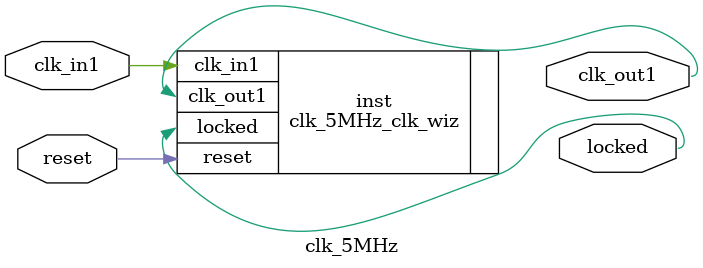
<source format=v>


`timescale 1ps/1ps

(* CORE_GENERATION_INFO = "clk_5MHz,clk_wiz_v5_4_1_0,{component_name=clk_5MHz,use_phase_alignment=true,use_min_o_jitter=false,use_max_i_jitter=false,use_dyn_phase_shift=false,use_inclk_switchover=false,use_dyn_reconfig=false,enable_axi=0,feedback_source=FDBK_AUTO,PRIMITIVE=MMCM,num_out_clk=1,clkin1_period=10.000,clkin2_period=10.000,use_power_down=false,use_reset=true,use_locked=true,use_inclk_stopped=false,feedback_type=SINGLE,CLOCK_MGR_TYPE=NA,manual_override=false}" *)

module clk_5MHz 
 (
  // Clock out ports
  output        clk_out1,
  // Status and control signals
  input         reset,
  output        locked,
 // Clock in ports
  input         clk_in1
 );

  clk_5MHz_clk_wiz inst
  (
  // Clock out ports  
  .clk_out1(clk_out1),
  // Status and control signals               
  .reset(reset), 
  .locked(locked),
 // Clock in ports
  .clk_in1(clk_in1)
  );

endmodule

</source>
